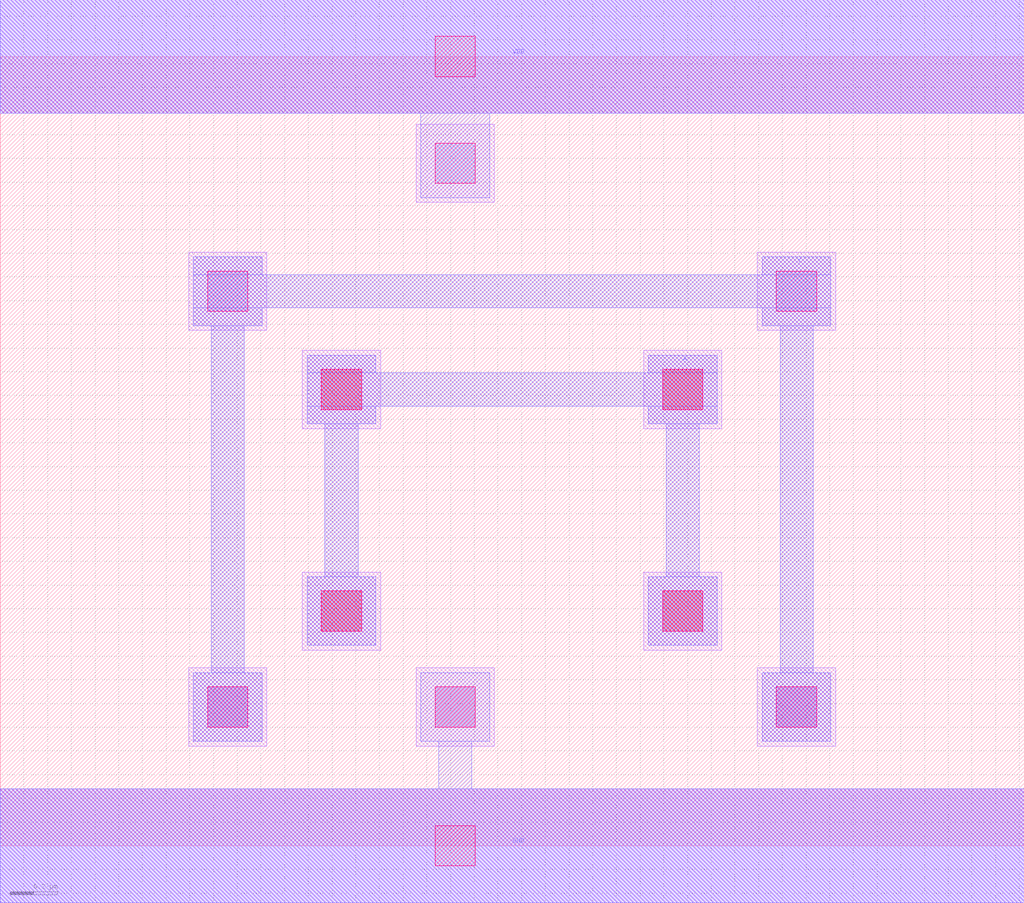
<source format=lef>
MACRO INVX4
 CLASS CORE ;
 FOREIGN INVX4 0 0 ;
 SIZE 4.32 BY 3.33 ;
 ORIGIN 0 0 ;
 SYMMETRY X Y R90 ;
 SITE unit ;
  PIN VDD
   DIRECTION INOUT ;
   USE POWER ;
   SHAPE ABUTMENT ;
    PORT
     CLASS CORE ;
       LAYER li1 ;
        RECT 0.00000000 3.09000000 4.32000000 3.57000000 ;
       LAYER met1 ;
        RECT 0.00000000 3.09000000 4.32000000 3.57000000 ;
    END
  END VDD

  PIN GND
   DIRECTION INOUT ;
   USE POWER ;
   SHAPE ABUTMENT ;
    PORT
     CLASS CORE ;
       LAYER li1 ;
        RECT 0.00000000 -0.24000000 4.32000000 0.24000000 ;
       LAYER met1 ;
        RECT 0.00000000 -0.24000000 4.32000000 0.24000000 ;
    END
  END GND

  PIN Y
   DIRECTION INOUT ;
   USE SIGNAL ;
   SHAPE ABUTMENT ;
    PORT
     CLASS CORE ;
       LAYER met1 ;
        RECT 0.81500000 0.44000000 1.10500000 0.73000000 ;
        RECT 3.21500000 0.44000000 3.50500000 0.73000000 ;
        RECT 0.89000000 0.73000000 1.03000000 2.19500000 ;
        RECT 3.29000000 0.73000000 3.43000000 2.19500000 ;
        RECT 0.81500000 2.19500000 1.10500000 2.27000000 ;
        RECT 3.21500000 2.19500000 3.50500000 2.27000000 ;
        RECT 0.81500000 2.27000000 3.50500000 2.41000000 ;
        RECT 0.81500000 2.41000000 1.10500000 2.48500000 ;
        RECT 3.21500000 2.41000000 3.50500000 2.48500000 ;
    END
  END Y

  PIN A
   DIRECTION INOUT ;
   USE SIGNAL ;
   SHAPE ABUTMENT ;
    PORT
     CLASS CORE ;
       LAYER met1 ;
        RECT 1.29500000 0.84500000 1.58500000 1.13500000 ;
        RECT 2.73500000 0.84500000 3.02500000 1.13500000 ;
        RECT 1.37000000 1.13500000 1.51000000 1.78000000 ;
        RECT 2.81000000 1.13500000 2.95000000 1.78000000 ;
        RECT 1.29500000 1.78000000 1.58500000 1.85500000 ;
        RECT 2.73500000 1.78000000 3.02500000 1.85500000 ;
        RECT 1.29500000 1.85500000 3.02500000 1.99500000 ;
        RECT 1.29500000 1.99500000 1.58500000 2.07000000 ;
        RECT 2.73500000 1.99500000 3.02500000 2.07000000 ;
    END
  END A

 OBS
    LAYER polycont ;
     RECT 1.35500000 0.90500000 1.52500000 1.07500000 ;
     RECT 2.79500000 0.90500000 2.96500000 1.07500000 ;
     RECT 1.35500000 1.84000000 1.52500000 2.01000000 ;
     RECT 2.79500000 1.84000000 2.96500000 2.01000000 ;

    LAYER pdiffc ;
     RECT 0.87500000 2.25500000 1.04500000 2.42500000 ;
     RECT 3.27500000 2.25500000 3.44500000 2.42500000 ;
     RECT 1.83500000 2.79500000 2.00500000 2.96500000 ;

    LAYER ndiffc ;
     RECT 0.87500000 0.50000000 1.04500000 0.67000000 ;
     RECT 1.83500000 0.50000000 2.00500000 0.67000000 ;
     RECT 3.27500000 0.50000000 3.44500000 0.67000000 ;

    LAYER li1 ;
     RECT 0.00000000 -0.24000000 4.32000000 0.24000000 ;
     RECT 0.79500000 0.42000000 1.12500000 0.75000000 ;
     RECT 1.75500000 0.42000000 2.08500000 0.75000000 ;
     RECT 3.19500000 0.42000000 3.52500000 0.75000000 ;
     RECT 1.27500000 0.82500000 1.60500000 1.15500000 ;
     RECT 2.71500000 0.82500000 3.04500000 1.15500000 ;
     RECT 1.27500000 1.76000000 1.60500000 2.09000000 ;
     RECT 2.71500000 1.76000000 3.04500000 2.09000000 ;
     RECT 0.79500000 2.17500000 1.12500000 2.50500000 ;
     RECT 3.19500000 2.17500000 3.52500000 2.50500000 ;
     RECT 1.75500000 2.71500000 2.08500000 3.04500000 ;
     RECT 0.00000000 3.09000000 4.32000000 3.57000000 ;

    LAYER viali ;
     RECT 1.83500000 -0.08500000 2.00500000 0.08500000 ;
     RECT 0.87500000 0.50000000 1.04500000 0.67000000 ;
     RECT 1.83500000 0.50000000 2.00500000 0.67000000 ;
     RECT 3.27500000 0.50000000 3.44500000 0.67000000 ;
     RECT 1.35500000 0.90500000 1.52500000 1.07500000 ;
     RECT 2.79500000 0.90500000 2.96500000 1.07500000 ;
     RECT 1.35500000 1.84000000 1.52500000 2.01000000 ;
     RECT 2.79500000 1.84000000 2.96500000 2.01000000 ;
     RECT 0.87500000 2.25500000 1.04500000 2.42500000 ;
     RECT 3.27500000 2.25500000 3.44500000 2.42500000 ;
     RECT 1.83500000 2.79500000 2.00500000 2.96500000 ;
     RECT 1.83500000 3.24500000 2.00500000 3.41500000 ;

    LAYER met1 ;
     RECT 0.00000000 -0.24000000 4.32000000 0.24000000 ;
     RECT 1.85000000 0.24000000 1.99000000 0.44000000 ;
     RECT 1.77500000 0.44000000 2.06500000 0.73000000 ;
     RECT 1.29500000 0.84500000 1.58500000 1.13500000 ;
     RECT 2.73500000 0.84500000 3.02500000 1.13500000 ;
     RECT 1.37000000 1.13500000 1.51000000 1.78000000 ;
     RECT 2.81000000 1.13500000 2.95000000 1.78000000 ;
     RECT 1.29500000 1.78000000 1.58500000 1.85500000 ;
     RECT 2.73500000 1.78000000 3.02500000 1.85500000 ;
     RECT 1.29500000 1.85500000 3.02500000 1.99500000 ;
     RECT 1.29500000 1.99500000 1.58500000 2.07000000 ;
     RECT 2.73500000 1.99500000 3.02500000 2.07000000 ;
     RECT 0.81500000 0.44000000 1.10500000 0.73000000 ;
     RECT 3.21500000 0.44000000 3.50500000 0.73000000 ;
     RECT 0.89000000 0.73000000 1.03000000 2.19500000 ;
     RECT 3.29000000 0.73000000 3.43000000 2.19500000 ;
     RECT 0.81500000 2.19500000 1.10500000 2.27000000 ;
     RECT 3.21500000 2.19500000 3.50500000 2.27000000 ;
     RECT 0.81500000 2.27000000 3.50500000 2.41000000 ;
     RECT 0.81500000 2.41000000 1.10500000 2.48500000 ;
     RECT 3.21500000 2.41000000 3.50500000 2.48500000 ;
     RECT 1.77500000 2.73500000 2.06500000 3.09000000 ;
     RECT 0.00000000 3.09000000 4.32000000 3.57000000 ;

 END
END INVX4

</source>
